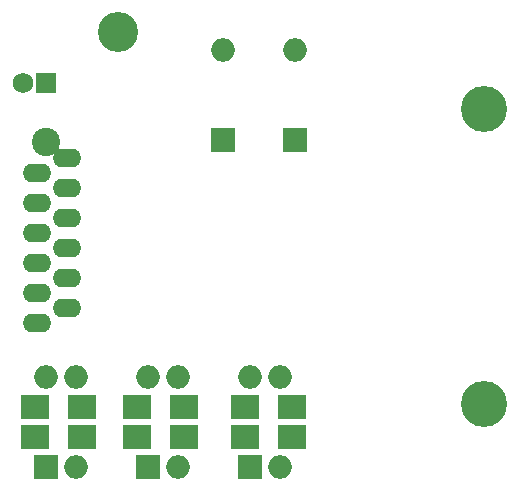
<source format=gbr>
G04 #@! TF.FileFunction,Soldermask,Bot*
%FSLAX46Y46*%
G04 Gerber Fmt 4.6, Leading zero omitted, Abs format (unit mm)*
G04 Created by KiCad (PCBNEW 4.0.5) date 02/02/17 02:07:39*
%MOMM*%
%LPD*%
G01*
G04 APERTURE LIST*
%ADD10C,0.100000*%
%ADD11R,1.750000X1.750000*%
%ADD12C,1.750000*%
%ADD13C,3.400000*%
%ADD14R,2.000000X2.000000*%
%ADD15O,2.000000X2.000000*%
%ADD16R,2.400000X2.100000*%
%ADD17C,3.900000*%
%ADD18O,2.400000X1.600000*%
%ADD19C,2.400000*%
G04 APERTURE END LIST*
D10*
D11*
X160020000Y-91948000D03*
D12*
X158020000Y-91948000D03*
D13*
X166116000Y-87630000D03*
D14*
X168656000Y-124460000D03*
D15*
X171196000Y-116840000D03*
X171196000Y-124460000D03*
X168656000Y-116840000D03*
D14*
X181102000Y-96774000D03*
D15*
X181102000Y-89154000D03*
D14*
X160020000Y-124460000D03*
D15*
X162560000Y-116840000D03*
X162560000Y-124460000D03*
X160020000Y-116840000D03*
D14*
X177292000Y-124460000D03*
D15*
X179832000Y-116840000D03*
X179832000Y-124460000D03*
X177292000Y-116840000D03*
D14*
X175006000Y-96774000D03*
D15*
X175006000Y-89154000D03*
D16*
X176816000Y-121920000D03*
X180816000Y-121920000D03*
X167672000Y-119380000D03*
X171672000Y-119380000D03*
X167672000Y-121920000D03*
X171672000Y-121920000D03*
X159036000Y-119380000D03*
X163036000Y-119380000D03*
X159036000Y-121920000D03*
X163036000Y-121920000D03*
X176816000Y-119380000D03*
X180816000Y-119380000D03*
D17*
X197104000Y-94180000D03*
X197104000Y-119180000D03*
D18*
X161798000Y-98298000D03*
X159258000Y-99568000D03*
X161798000Y-100838000D03*
X159258000Y-102108000D03*
X161798000Y-103378000D03*
X159258000Y-104648000D03*
X161798000Y-105918000D03*
X159258000Y-107188000D03*
X161798000Y-108458000D03*
X159258000Y-109728000D03*
X161798000Y-110998000D03*
X159258000Y-112268000D03*
D19*
X159998000Y-96948000D03*
M02*

</source>
